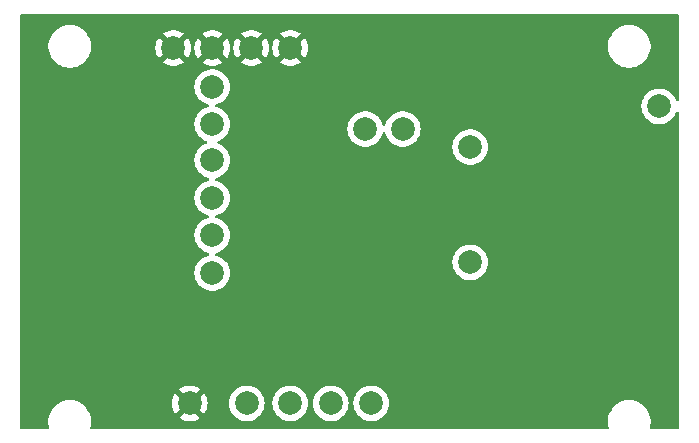
<source format=gbl>
%TF.GenerationSoftware,KiCad,Pcbnew,8.0.0*%
%TF.CreationDate,2024-03-04T00:58:34-06:00*%
%TF.ProjectId,MicrocontrollerUnitBoard,4d696372-6f63-46f6-9e74-726f6c6c6572,rev?*%
%TF.SameCoordinates,Original*%
%TF.FileFunction,Copper,L2,Bot*%
%TF.FilePolarity,Positive*%
%FSLAX46Y46*%
G04 Gerber Fmt 4.6, Leading zero omitted, Abs format (unit mm)*
G04 Created by KiCad (PCBNEW 8.0.0) date 2024-03-04 00:58:34*
%MOMM*%
%LPD*%
G01*
G04 APERTURE LIST*
%TA.AperFunction,ComponentPad*%
%ADD10C,2.000000*%
%TD*%
%TA.AperFunction,ViaPad*%
%ADD11C,0.610000*%
%TD*%
G04 APERTURE END LIST*
D10*
%TO.P,GND5,1,1*%
%TO.N,GND*%
X124460000Y-84963000D03*
%TD*%
%TO.P,RST_N1,1,1*%
%TO.N,/RST_N*%
X117856000Y-88265000D03*
%TD*%
%TO.P,INT_N1,1,1*%
%TO.N,/INT_N*%
X117856000Y-91440000D03*
%TD*%
%TO.P,GND1,1,1*%
%TO.N,GND*%
X115951000Y-115062000D03*
%TD*%
%TO.P,3.3V1,1,1*%
%TO.N,+3.3V*%
X120777000Y-115062000D03*
%TD*%
%TO.P,RESET1,1,1*%
%TO.N,Net-(C2-Pad2)*%
X139700000Y-103124000D03*
%TD*%
%TO.P,GND3,1,1*%
%TO.N,GND*%
X117856000Y-84991000D03*
%TD*%
%TO.P,D-1,1,1*%
%TO.N,Net-(J4-D-)*%
X133985000Y-91821000D03*
%TD*%
%TO.P,MOSI1,1,1*%
%TO.N,/MOSI*%
X117856000Y-104013000D03*
%TD*%
%TO.P,3.3V2,1,1*%
%TO.N,+3.3V*%
X124460000Y-115062000D03*
%TD*%
%TO.P,CS_N1,1,1*%
%TO.N,/CS_N*%
X117856000Y-94488000D03*
%TD*%
%TO.P,LEDTEST1,1,1*%
%TO.N,Net-(LEDTEST1-Pad1)*%
X155702000Y-89916000D03*
%TD*%
%TO.P,SCLK1,1,1*%
%TO.N,/SCLK*%
X117856000Y-97663000D03*
%TD*%
%TO.P,3.3V4,1,1*%
%TO.N,+3.3V*%
X131318000Y-115062000D03*
%TD*%
%TO.P,D+1,1,1*%
%TO.N,Net-(J4-D+)*%
X130810000Y-91821000D03*
%TD*%
%TO.P,GND2,1,1*%
%TO.N,GND*%
X114554000Y-84963000D03*
%TD*%
%TO.P,GND4,1,1*%
%TO.N,GND*%
X121158000Y-84963000D03*
%TD*%
%TO.P,BOOT1,1,1*%
%TO.N,Net-(BOOT1-Pad1)*%
X139700000Y-93345000D03*
%TD*%
%TO.P,MISO1,1,1*%
%TO.N,/MISO*%
X117856000Y-100838000D03*
%TD*%
%TO.P,3.3V3,1,1*%
%TO.N,+3.3V*%
X127889000Y-115062000D03*
%TD*%
D11*
%TO.N,GND*%
X142367000Y-110363000D03*
X110998000Y-89662000D03*
X127889000Y-90170000D03*
X146558000Y-86995000D03*
X140335000Y-98298000D03*
X121928592Y-107501549D03*
%TD*%
%TA.AperFunction,Conductor*%
%TO.N,GND*%
G36*
X157296039Y-82129685D02*
G01*
X157341794Y-82182489D01*
X157353000Y-82234000D01*
X157353000Y-89353099D01*
X157333315Y-89420138D01*
X157280511Y-89465893D01*
X157211353Y-89475837D01*
X157147797Y-89446812D01*
X157115444Y-89402909D01*
X157026173Y-89199393D01*
X156890166Y-88991217D01*
X156868557Y-88967744D01*
X156721744Y-88808262D01*
X156525509Y-88655526D01*
X156525507Y-88655525D01*
X156525506Y-88655524D01*
X156306811Y-88537172D01*
X156306802Y-88537169D01*
X156071616Y-88456429D01*
X155826335Y-88415500D01*
X155577665Y-88415500D01*
X155332383Y-88456429D01*
X155097197Y-88537169D01*
X155097188Y-88537172D01*
X154878493Y-88655524D01*
X154682257Y-88808261D01*
X154513833Y-88991217D01*
X154377826Y-89199393D01*
X154277936Y-89427118D01*
X154216892Y-89668175D01*
X154216890Y-89668187D01*
X154196357Y-89915994D01*
X154196357Y-89916005D01*
X154216890Y-90163812D01*
X154216892Y-90163824D01*
X154277936Y-90404881D01*
X154377826Y-90632606D01*
X154513833Y-90840782D01*
X154513836Y-90840785D01*
X154682256Y-91023738D01*
X154878491Y-91176474D01*
X155097190Y-91294828D01*
X155332386Y-91375571D01*
X155577665Y-91416500D01*
X155826335Y-91416500D01*
X156071614Y-91375571D01*
X156306810Y-91294828D01*
X156525509Y-91176474D01*
X156721744Y-91023738D01*
X156890164Y-90840785D01*
X157026173Y-90632607D01*
X157115444Y-90429090D01*
X157160400Y-90375604D01*
X157227136Y-90354914D01*
X157294464Y-90373589D01*
X157341007Y-90425699D01*
X157353000Y-90478900D01*
X157353000Y-117097000D01*
X157333315Y-117164039D01*
X157280511Y-117209794D01*
X157229000Y-117221000D01*
X155017467Y-117221000D01*
X154950428Y-117201315D01*
X154904673Y-117148511D01*
X154894729Y-117079353D01*
X154897692Y-117064907D01*
X154931693Y-116938014D01*
X154962500Y-116704011D01*
X154962500Y-116467989D01*
X154931693Y-116233986D01*
X154870606Y-116006007D01*
X154780284Y-115787951D01*
X154780282Y-115787948D01*
X154780280Y-115787943D01*
X154738118Y-115714918D01*
X154662273Y-115583550D01*
X154518592Y-115396301D01*
X154518587Y-115396295D01*
X154351704Y-115229412D01*
X154351697Y-115229406D01*
X154164454Y-115085730D01*
X154164453Y-115085729D01*
X154164450Y-115085727D01*
X154082957Y-115038677D01*
X153960056Y-114967719D01*
X153960045Y-114967714D01*
X153741993Y-114877394D01*
X153514010Y-114816306D01*
X153280020Y-114785501D01*
X153280017Y-114785500D01*
X153280011Y-114785500D01*
X153043989Y-114785500D01*
X153043983Y-114785500D01*
X153043979Y-114785501D01*
X152809989Y-114816306D01*
X152582006Y-114877394D01*
X152363954Y-114967714D01*
X152363943Y-114967719D01*
X152159545Y-115085730D01*
X151972302Y-115229406D01*
X151972295Y-115229412D01*
X151805412Y-115396295D01*
X151805406Y-115396302D01*
X151661730Y-115583545D01*
X151543719Y-115787943D01*
X151543714Y-115787954D01*
X151453394Y-116006006D01*
X151392306Y-116233989D01*
X151361501Y-116467979D01*
X151361500Y-116467995D01*
X151361500Y-116704004D01*
X151361501Y-116704020D01*
X151392306Y-116938012D01*
X151426308Y-117064907D01*
X151424645Y-117134757D01*
X151385482Y-117192619D01*
X151321254Y-117220123D01*
X151306533Y-117221000D01*
X107646467Y-117221000D01*
X107579428Y-117201315D01*
X107533673Y-117148511D01*
X107523729Y-117079353D01*
X107526692Y-117064907D01*
X107560693Y-116938014D01*
X107591500Y-116704011D01*
X107591500Y-116467989D01*
X107560693Y-116233986D01*
X107499606Y-116006007D01*
X107409284Y-115787951D01*
X107409282Y-115787948D01*
X107409280Y-115787943D01*
X107367118Y-115714918D01*
X107291273Y-115583550D01*
X107147592Y-115396301D01*
X107147587Y-115396295D01*
X106980704Y-115229412D01*
X106980697Y-115229406D01*
X106793454Y-115085730D01*
X106793453Y-115085729D01*
X106793450Y-115085727D01*
X106752362Y-115062005D01*
X114445859Y-115062005D01*
X114466385Y-115309729D01*
X114466387Y-115309738D01*
X114527412Y-115550717D01*
X114627266Y-115778364D01*
X114727564Y-115931882D01*
X115468037Y-115191409D01*
X115485075Y-115254993D01*
X115550901Y-115369007D01*
X115643993Y-115462099D01*
X115758007Y-115527925D01*
X115821590Y-115544962D01*
X115080942Y-116285609D01*
X115127768Y-116322055D01*
X115127770Y-116322056D01*
X115346385Y-116440364D01*
X115346396Y-116440369D01*
X115581506Y-116521083D01*
X115826707Y-116562000D01*
X116075293Y-116562000D01*
X116320493Y-116521083D01*
X116555603Y-116440369D01*
X116555614Y-116440364D01*
X116774228Y-116322057D01*
X116774231Y-116322055D01*
X116821056Y-116285609D01*
X116080409Y-115544962D01*
X116143993Y-115527925D01*
X116258007Y-115462099D01*
X116351099Y-115369007D01*
X116416925Y-115254993D01*
X116433962Y-115191410D01*
X117174434Y-115931882D01*
X117274731Y-115778369D01*
X117374587Y-115550717D01*
X117435612Y-115309738D01*
X117435614Y-115309729D01*
X117456141Y-115062005D01*
X119271357Y-115062005D01*
X119291890Y-115309812D01*
X119291892Y-115309824D01*
X119352936Y-115550881D01*
X119452826Y-115778606D01*
X119588833Y-115986782D01*
X119588836Y-115986785D01*
X119757256Y-116169738D01*
X119953491Y-116322474D01*
X119953493Y-116322475D01*
X120171332Y-116440364D01*
X120172190Y-116440828D01*
X120251325Y-116467995D01*
X120405964Y-116521083D01*
X120407386Y-116521571D01*
X120652665Y-116562500D01*
X120901335Y-116562500D01*
X121146614Y-116521571D01*
X121381810Y-116440828D01*
X121600509Y-116322474D01*
X121796744Y-116169738D01*
X121965164Y-115986785D01*
X122101173Y-115778607D01*
X122201063Y-115550881D01*
X122262108Y-115309821D01*
X122268771Y-115229412D01*
X122282643Y-115062005D01*
X122954357Y-115062005D01*
X122974890Y-115309812D01*
X122974892Y-115309824D01*
X123035936Y-115550881D01*
X123135826Y-115778606D01*
X123271833Y-115986782D01*
X123271836Y-115986785D01*
X123440256Y-116169738D01*
X123636491Y-116322474D01*
X123636493Y-116322475D01*
X123854332Y-116440364D01*
X123855190Y-116440828D01*
X123934325Y-116467995D01*
X124088964Y-116521083D01*
X124090386Y-116521571D01*
X124335665Y-116562500D01*
X124584335Y-116562500D01*
X124829614Y-116521571D01*
X125064810Y-116440828D01*
X125283509Y-116322474D01*
X125479744Y-116169738D01*
X125648164Y-115986785D01*
X125784173Y-115778607D01*
X125884063Y-115550881D01*
X125945108Y-115309821D01*
X125951771Y-115229412D01*
X125965643Y-115062005D01*
X126383357Y-115062005D01*
X126403890Y-115309812D01*
X126403892Y-115309824D01*
X126464936Y-115550881D01*
X126564826Y-115778606D01*
X126700833Y-115986782D01*
X126700836Y-115986785D01*
X126869256Y-116169738D01*
X127065491Y-116322474D01*
X127065493Y-116322475D01*
X127283332Y-116440364D01*
X127284190Y-116440828D01*
X127363325Y-116467995D01*
X127517964Y-116521083D01*
X127519386Y-116521571D01*
X127764665Y-116562500D01*
X128013335Y-116562500D01*
X128258614Y-116521571D01*
X128493810Y-116440828D01*
X128712509Y-116322474D01*
X128908744Y-116169738D01*
X129077164Y-115986785D01*
X129213173Y-115778607D01*
X129313063Y-115550881D01*
X129374108Y-115309821D01*
X129380771Y-115229412D01*
X129394643Y-115062005D01*
X129812357Y-115062005D01*
X129832890Y-115309812D01*
X129832892Y-115309824D01*
X129893936Y-115550881D01*
X129993826Y-115778606D01*
X130129833Y-115986782D01*
X130129836Y-115986785D01*
X130298256Y-116169738D01*
X130494491Y-116322474D01*
X130494493Y-116322475D01*
X130712332Y-116440364D01*
X130713190Y-116440828D01*
X130792325Y-116467995D01*
X130946964Y-116521083D01*
X130948386Y-116521571D01*
X131193665Y-116562500D01*
X131442335Y-116562500D01*
X131687614Y-116521571D01*
X131922810Y-116440828D01*
X132141509Y-116322474D01*
X132337744Y-116169738D01*
X132506164Y-115986785D01*
X132642173Y-115778607D01*
X132742063Y-115550881D01*
X132803108Y-115309821D01*
X132809771Y-115229412D01*
X132823643Y-115062005D01*
X132823643Y-115061994D01*
X132803109Y-114814187D01*
X132803107Y-114814175D01*
X132742063Y-114573118D01*
X132642173Y-114345393D01*
X132506166Y-114137217D01*
X132484557Y-114113744D01*
X132337744Y-113954262D01*
X132141509Y-113801526D01*
X132141507Y-113801525D01*
X132141506Y-113801524D01*
X131922811Y-113683172D01*
X131922802Y-113683169D01*
X131687616Y-113602429D01*
X131442335Y-113561500D01*
X131193665Y-113561500D01*
X130948383Y-113602429D01*
X130713197Y-113683169D01*
X130713188Y-113683172D01*
X130494493Y-113801524D01*
X130298257Y-113954261D01*
X130129833Y-114137217D01*
X129993826Y-114345393D01*
X129893936Y-114573118D01*
X129832892Y-114814175D01*
X129832890Y-114814187D01*
X129812357Y-115061994D01*
X129812357Y-115062005D01*
X129394643Y-115062005D01*
X129394643Y-115061994D01*
X129374109Y-114814187D01*
X129374107Y-114814175D01*
X129313063Y-114573118D01*
X129213173Y-114345393D01*
X129077166Y-114137217D01*
X129055557Y-114113744D01*
X128908744Y-113954262D01*
X128712509Y-113801526D01*
X128712507Y-113801525D01*
X128712506Y-113801524D01*
X128493811Y-113683172D01*
X128493802Y-113683169D01*
X128258616Y-113602429D01*
X128013335Y-113561500D01*
X127764665Y-113561500D01*
X127519383Y-113602429D01*
X127284197Y-113683169D01*
X127284188Y-113683172D01*
X127065493Y-113801524D01*
X126869257Y-113954261D01*
X126700833Y-114137217D01*
X126564826Y-114345393D01*
X126464936Y-114573118D01*
X126403892Y-114814175D01*
X126403890Y-114814187D01*
X126383357Y-115061994D01*
X126383357Y-115062005D01*
X125965643Y-115062005D01*
X125965643Y-115061994D01*
X125945109Y-114814187D01*
X125945107Y-114814175D01*
X125884063Y-114573118D01*
X125784173Y-114345393D01*
X125648166Y-114137217D01*
X125626557Y-114113744D01*
X125479744Y-113954262D01*
X125283509Y-113801526D01*
X125283507Y-113801525D01*
X125283506Y-113801524D01*
X125064811Y-113683172D01*
X125064802Y-113683169D01*
X124829616Y-113602429D01*
X124584335Y-113561500D01*
X124335665Y-113561500D01*
X124090383Y-113602429D01*
X123855197Y-113683169D01*
X123855188Y-113683172D01*
X123636493Y-113801524D01*
X123440257Y-113954261D01*
X123271833Y-114137217D01*
X123135826Y-114345393D01*
X123035936Y-114573118D01*
X122974892Y-114814175D01*
X122974890Y-114814187D01*
X122954357Y-115061994D01*
X122954357Y-115062005D01*
X122282643Y-115062005D01*
X122282643Y-115061994D01*
X122262109Y-114814187D01*
X122262107Y-114814175D01*
X122201063Y-114573118D01*
X122101173Y-114345393D01*
X121965166Y-114137217D01*
X121943557Y-114113744D01*
X121796744Y-113954262D01*
X121600509Y-113801526D01*
X121600507Y-113801525D01*
X121600506Y-113801524D01*
X121381811Y-113683172D01*
X121381802Y-113683169D01*
X121146616Y-113602429D01*
X120901335Y-113561500D01*
X120652665Y-113561500D01*
X120407383Y-113602429D01*
X120172197Y-113683169D01*
X120172188Y-113683172D01*
X119953493Y-113801524D01*
X119757257Y-113954261D01*
X119588833Y-114137217D01*
X119452826Y-114345393D01*
X119352936Y-114573118D01*
X119291892Y-114814175D01*
X119291890Y-114814187D01*
X119271357Y-115061994D01*
X119271357Y-115062005D01*
X117456141Y-115062005D01*
X117456141Y-115061994D01*
X117435614Y-114814270D01*
X117435612Y-114814261D01*
X117374587Y-114573282D01*
X117274731Y-114345630D01*
X117174434Y-114192116D01*
X116433962Y-114932589D01*
X116416925Y-114869007D01*
X116351099Y-114754993D01*
X116258007Y-114661901D01*
X116143993Y-114596075D01*
X116080410Y-114579037D01*
X116821057Y-113838390D01*
X116821056Y-113838389D01*
X116774229Y-113801943D01*
X116555614Y-113683635D01*
X116555603Y-113683630D01*
X116320493Y-113602916D01*
X116075293Y-113562000D01*
X115826707Y-113562000D01*
X115581506Y-113602916D01*
X115346396Y-113683630D01*
X115346390Y-113683632D01*
X115127761Y-113801949D01*
X115080942Y-113838388D01*
X115080942Y-113838390D01*
X115821590Y-114579037D01*
X115758007Y-114596075D01*
X115643993Y-114661901D01*
X115550901Y-114754993D01*
X115485075Y-114869007D01*
X115468037Y-114932589D01*
X114727564Y-114192116D01*
X114627267Y-114345632D01*
X114527412Y-114573282D01*
X114466387Y-114814261D01*
X114466385Y-114814270D01*
X114445859Y-115061994D01*
X114445859Y-115062005D01*
X106752362Y-115062005D01*
X106711957Y-115038677D01*
X106589056Y-114967719D01*
X106589045Y-114967714D01*
X106370993Y-114877394D01*
X106143010Y-114816306D01*
X105909020Y-114785501D01*
X105909017Y-114785500D01*
X105909011Y-114785500D01*
X105672989Y-114785500D01*
X105672983Y-114785500D01*
X105672979Y-114785501D01*
X105438989Y-114816306D01*
X105211006Y-114877394D01*
X104992954Y-114967714D01*
X104992943Y-114967719D01*
X104788545Y-115085730D01*
X104601302Y-115229406D01*
X104601295Y-115229412D01*
X104434412Y-115396295D01*
X104434406Y-115396302D01*
X104290730Y-115583545D01*
X104172719Y-115787943D01*
X104172714Y-115787954D01*
X104082394Y-116006006D01*
X104021306Y-116233989D01*
X103990501Y-116467979D01*
X103990500Y-116467995D01*
X103990500Y-116704004D01*
X103990501Y-116704020D01*
X104021306Y-116938012D01*
X104055308Y-117064907D01*
X104053645Y-117134757D01*
X104014482Y-117192619D01*
X103950254Y-117220123D01*
X103935533Y-117221000D01*
X101724000Y-117221000D01*
X101656961Y-117201315D01*
X101611206Y-117148511D01*
X101600000Y-117097000D01*
X101600000Y-104013005D01*
X116350357Y-104013005D01*
X116370890Y-104260812D01*
X116370892Y-104260824D01*
X116431936Y-104501881D01*
X116531826Y-104729606D01*
X116667833Y-104937782D01*
X116667836Y-104937785D01*
X116836256Y-105120738D01*
X117032491Y-105273474D01*
X117251190Y-105391828D01*
X117486386Y-105472571D01*
X117731665Y-105513500D01*
X117980335Y-105513500D01*
X118225614Y-105472571D01*
X118460810Y-105391828D01*
X118679509Y-105273474D01*
X118875744Y-105120738D01*
X119044164Y-104937785D01*
X119180173Y-104729607D01*
X119280063Y-104501881D01*
X119341108Y-104260821D01*
X119361643Y-104013000D01*
X119347358Y-103840607D01*
X119341109Y-103765187D01*
X119341107Y-103765175D01*
X119280063Y-103524118D01*
X119180173Y-103296393D01*
X119067547Y-103124005D01*
X138194357Y-103124005D01*
X138214890Y-103371812D01*
X138214892Y-103371824D01*
X138275936Y-103612881D01*
X138375826Y-103840606D01*
X138511833Y-104048782D01*
X138511836Y-104048785D01*
X138680256Y-104231738D01*
X138876491Y-104384474D01*
X139095190Y-104502828D01*
X139330386Y-104583571D01*
X139575665Y-104624500D01*
X139824335Y-104624500D01*
X140069614Y-104583571D01*
X140304810Y-104502828D01*
X140523509Y-104384474D01*
X140719744Y-104231738D01*
X140888164Y-104048785D01*
X141024173Y-103840607D01*
X141124063Y-103612881D01*
X141185108Y-103371821D01*
X141205643Y-103124000D01*
X141185108Y-102876179D01*
X141124063Y-102635119D01*
X141123646Y-102634169D01*
X141024173Y-102407393D01*
X140888166Y-102199217D01*
X140795425Y-102098474D01*
X140719744Y-102016262D01*
X140523509Y-101863526D01*
X140523507Y-101863525D01*
X140523506Y-101863524D01*
X140304811Y-101745172D01*
X140304802Y-101745169D01*
X140069616Y-101664429D01*
X139824335Y-101623500D01*
X139575665Y-101623500D01*
X139330383Y-101664429D01*
X139095197Y-101745169D01*
X139095188Y-101745172D01*
X138876493Y-101863524D01*
X138680257Y-102016261D01*
X138511833Y-102199217D01*
X138375826Y-102407393D01*
X138275936Y-102635118D01*
X138214892Y-102876175D01*
X138214890Y-102876187D01*
X138194357Y-103123994D01*
X138194357Y-103124005D01*
X119067547Y-103124005D01*
X119044166Y-103088217D01*
X119022557Y-103064744D01*
X118875744Y-102905262D01*
X118679509Y-102752526D01*
X118679507Y-102752525D01*
X118679506Y-102752524D01*
X118460811Y-102634172D01*
X118460802Y-102634169D01*
X118225616Y-102553429D01*
X118191935Y-102547809D01*
X118129050Y-102517359D01*
X118092610Y-102457744D01*
X118094185Y-102387892D01*
X118133274Y-102329981D01*
X118191935Y-102303191D01*
X118195638Y-102302572D01*
X118225614Y-102297571D01*
X118460810Y-102216828D01*
X118679509Y-102098474D01*
X118875744Y-101945738D01*
X119044164Y-101762785D01*
X119180173Y-101554607D01*
X119280063Y-101326881D01*
X119341108Y-101085821D01*
X119361643Y-100838000D01*
X119341108Y-100590179D01*
X119280063Y-100349119D01*
X119180173Y-100121393D01*
X119044166Y-99913217D01*
X119022557Y-99889744D01*
X118875744Y-99730262D01*
X118679509Y-99577526D01*
X118679507Y-99577525D01*
X118679506Y-99577524D01*
X118460811Y-99459172D01*
X118460802Y-99459169D01*
X118225616Y-99378429D01*
X118191935Y-99372809D01*
X118129050Y-99342359D01*
X118092610Y-99282744D01*
X118094185Y-99212892D01*
X118133274Y-99154981D01*
X118191935Y-99128191D01*
X118195638Y-99127572D01*
X118225614Y-99122571D01*
X118460810Y-99041828D01*
X118679509Y-98923474D01*
X118875744Y-98770738D01*
X119044164Y-98587785D01*
X119180173Y-98379607D01*
X119280063Y-98151881D01*
X119341108Y-97910821D01*
X119361643Y-97663000D01*
X119341108Y-97415179D01*
X119280063Y-97174119D01*
X119180173Y-96946393D01*
X119044166Y-96738217D01*
X119022557Y-96714744D01*
X118875744Y-96555262D01*
X118679509Y-96402526D01*
X118679507Y-96402525D01*
X118679506Y-96402524D01*
X118460811Y-96284172D01*
X118460802Y-96284169D01*
X118225616Y-96203429D01*
X118191935Y-96197809D01*
X118129050Y-96167359D01*
X118092610Y-96107744D01*
X118094185Y-96037892D01*
X118133274Y-95979981D01*
X118191935Y-95953191D01*
X118195638Y-95952572D01*
X118225614Y-95947571D01*
X118460810Y-95866828D01*
X118679509Y-95748474D01*
X118875744Y-95595738D01*
X119044164Y-95412785D01*
X119180173Y-95204607D01*
X119280063Y-94976881D01*
X119341108Y-94735821D01*
X119361643Y-94488000D01*
X119358721Y-94452738D01*
X119341109Y-94240187D01*
X119341107Y-94240175D01*
X119280063Y-93999118D01*
X119180173Y-93771393D01*
X119044166Y-93563217D01*
X119022557Y-93539744D01*
X118875744Y-93380262D01*
X118830446Y-93345005D01*
X138194357Y-93345005D01*
X138214890Y-93592812D01*
X138214892Y-93592824D01*
X138275936Y-93833881D01*
X138375826Y-94061606D01*
X138511833Y-94269782D01*
X138511836Y-94269785D01*
X138680256Y-94452738D01*
X138876491Y-94605474D01*
X139095190Y-94723828D01*
X139330386Y-94804571D01*
X139575665Y-94845500D01*
X139824335Y-94845500D01*
X140069614Y-94804571D01*
X140304810Y-94723828D01*
X140523509Y-94605474D01*
X140719744Y-94452738D01*
X140888164Y-94269785D01*
X141024173Y-94061607D01*
X141124063Y-93833881D01*
X141185108Y-93592821D01*
X141187561Y-93563215D01*
X141205643Y-93345005D01*
X141205643Y-93344994D01*
X141185109Y-93097187D01*
X141185107Y-93097175D01*
X141124063Y-92856118D01*
X141024173Y-92628393D01*
X140888166Y-92420217D01*
X140786594Y-92309881D01*
X140719744Y-92237262D01*
X140523509Y-92084526D01*
X140523507Y-92084525D01*
X140523506Y-92084524D01*
X140304811Y-91966172D01*
X140304802Y-91966169D01*
X140069616Y-91885429D01*
X139824335Y-91844500D01*
X139575665Y-91844500D01*
X139330383Y-91885429D01*
X139095197Y-91966169D01*
X139095188Y-91966172D01*
X138876493Y-92084524D01*
X138680257Y-92237261D01*
X138511833Y-92420217D01*
X138375826Y-92628393D01*
X138275936Y-92856118D01*
X138214892Y-93097175D01*
X138214890Y-93097187D01*
X138194357Y-93344994D01*
X138194357Y-93345005D01*
X118830446Y-93345005D01*
X118679509Y-93227526D01*
X118679507Y-93227525D01*
X118679506Y-93227524D01*
X118460811Y-93109172D01*
X118460802Y-93109169D01*
X118379567Y-93081281D01*
X118322552Y-93040896D01*
X118296421Y-92976096D01*
X118309472Y-92907456D01*
X118357561Y-92856769D01*
X118379567Y-92846719D01*
X118397034Y-92840722D01*
X118460810Y-92818828D01*
X118679509Y-92700474D01*
X118875744Y-92547738D01*
X119044164Y-92364785D01*
X119180173Y-92156607D01*
X119280063Y-91928881D01*
X119307381Y-91821005D01*
X129304357Y-91821005D01*
X129324890Y-92068812D01*
X129324892Y-92068824D01*
X129385936Y-92309881D01*
X129485826Y-92537606D01*
X129621833Y-92745782D01*
X129621836Y-92745785D01*
X129790256Y-92928738D01*
X129986491Y-93081474D01*
X130205190Y-93199828D01*
X130440386Y-93280571D01*
X130685665Y-93321500D01*
X130934335Y-93321500D01*
X131179614Y-93280571D01*
X131414810Y-93199828D01*
X131633509Y-93081474D01*
X131829744Y-92928738D01*
X131998164Y-92745785D01*
X132134173Y-92537607D01*
X132234063Y-92309881D01*
X132252453Y-92237261D01*
X132277294Y-92139167D01*
X132312834Y-92079011D01*
X132375254Y-92047619D01*
X132444738Y-92054957D01*
X132499223Y-92098696D01*
X132517706Y-92139167D01*
X132560936Y-92309881D01*
X132660826Y-92537606D01*
X132796833Y-92745782D01*
X132796836Y-92745785D01*
X132965256Y-92928738D01*
X133161491Y-93081474D01*
X133380190Y-93199828D01*
X133615386Y-93280571D01*
X133860665Y-93321500D01*
X134109335Y-93321500D01*
X134354614Y-93280571D01*
X134589810Y-93199828D01*
X134808509Y-93081474D01*
X135004744Y-92928738D01*
X135173164Y-92745785D01*
X135309173Y-92537607D01*
X135409063Y-92309881D01*
X135470108Y-92068821D01*
X135481704Y-91928881D01*
X135490643Y-91821005D01*
X135490643Y-91820994D01*
X135470109Y-91573187D01*
X135470107Y-91573175D01*
X135409063Y-91332118D01*
X135309173Y-91104393D01*
X135173166Y-90896217D01*
X135122134Y-90840782D01*
X135004744Y-90713262D01*
X134808509Y-90560526D01*
X134808507Y-90560525D01*
X134808506Y-90560524D01*
X134589811Y-90442172D01*
X134589802Y-90442169D01*
X134354616Y-90361429D01*
X134109335Y-90320500D01*
X133860665Y-90320500D01*
X133615383Y-90361429D01*
X133380197Y-90442169D01*
X133380188Y-90442172D01*
X133161493Y-90560524D01*
X132965257Y-90713261D01*
X132796833Y-90896217D01*
X132660826Y-91104393D01*
X132560937Y-91332117D01*
X132517706Y-91502833D01*
X132482166Y-91562988D01*
X132419746Y-91594380D01*
X132350262Y-91587042D01*
X132295777Y-91543303D01*
X132277294Y-91502833D01*
X132268884Y-91469626D01*
X132234063Y-91332119D01*
X132134173Y-91104393D01*
X132081479Y-91023738D01*
X131998166Y-90896217D01*
X131947134Y-90840782D01*
X131829744Y-90713262D01*
X131633509Y-90560526D01*
X131633507Y-90560525D01*
X131633506Y-90560524D01*
X131414811Y-90442172D01*
X131414802Y-90442169D01*
X131179616Y-90361429D01*
X130934335Y-90320500D01*
X130685665Y-90320500D01*
X130440383Y-90361429D01*
X130205197Y-90442169D01*
X130205188Y-90442172D01*
X129986493Y-90560524D01*
X129790257Y-90713261D01*
X129621833Y-90896217D01*
X129485826Y-91104393D01*
X129385936Y-91332118D01*
X129324892Y-91573175D01*
X129324890Y-91573187D01*
X129304357Y-91820994D01*
X129304357Y-91821005D01*
X119307381Y-91821005D01*
X119341108Y-91687821D01*
X119350607Y-91573187D01*
X119361643Y-91440005D01*
X119361643Y-91439994D01*
X119341109Y-91192187D01*
X119341107Y-91192175D01*
X119280063Y-90951118D01*
X119180173Y-90723393D01*
X119044166Y-90515217D01*
X118964880Y-90429090D01*
X118875744Y-90332262D01*
X118679509Y-90179526D01*
X118679507Y-90179525D01*
X118679506Y-90179524D01*
X118460811Y-90061172D01*
X118460802Y-90061169D01*
X118225616Y-89980429D01*
X118191935Y-89974809D01*
X118129050Y-89944359D01*
X118092610Y-89884744D01*
X118094185Y-89814892D01*
X118133274Y-89756981D01*
X118191935Y-89730191D01*
X118195638Y-89729572D01*
X118225614Y-89724571D01*
X118460810Y-89643828D01*
X118679509Y-89525474D01*
X118875744Y-89372738D01*
X119044164Y-89189785D01*
X119180173Y-88981607D01*
X119280063Y-88753881D01*
X119341108Y-88512821D01*
X119345781Y-88456429D01*
X119361643Y-88265005D01*
X119361643Y-88264994D01*
X119341109Y-88017187D01*
X119341107Y-88017175D01*
X119280063Y-87776118D01*
X119180173Y-87548393D01*
X119044166Y-87340217D01*
X119022557Y-87316744D01*
X118875744Y-87157262D01*
X118679509Y-87004526D01*
X118679507Y-87004525D01*
X118679506Y-87004524D01*
X118460811Y-86886172D01*
X118460802Y-86886169D01*
X118225616Y-86805429D01*
X117980335Y-86764500D01*
X117731665Y-86764500D01*
X117486383Y-86805429D01*
X117251197Y-86886169D01*
X117251188Y-86886172D01*
X117032493Y-87004524D01*
X116836257Y-87157261D01*
X116667833Y-87340217D01*
X116531826Y-87548393D01*
X116431936Y-87776118D01*
X116370892Y-88017175D01*
X116370890Y-88017187D01*
X116350357Y-88264994D01*
X116350357Y-88265005D01*
X116370890Y-88512812D01*
X116370892Y-88512824D01*
X116431936Y-88753881D01*
X116531826Y-88981606D01*
X116667833Y-89189782D01*
X116667836Y-89189785D01*
X116836256Y-89372738D01*
X117032491Y-89525474D01*
X117251190Y-89643828D01*
X117373319Y-89685755D01*
X117486382Y-89724570D01*
X117486384Y-89724570D01*
X117486386Y-89724571D01*
X117513381Y-89729075D01*
X117520065Y-89730191D01*
X117582950Y-89760641D01*
X117619389Y-89820256D01*
X117617814Y-89890108D01*
X117578724Y-89948020D01*
X117520065Y-89974809D01*
X117486382Y-89980429D01*
X117251197Y-90061169D01*
X117251188Y-90061172D01*
X117032493Y-90179524D01*
X116836257Y-90332261D01*
X116667833Y-90515217D01*
X116531826Y-90723393D01*
X116431936Y-90951118D01*
X116370892Y-91192175D01*
X116370890Y-91192187D01*
X116350357Y-91439994D01*
X116350357Y-91440005D01*
X116370890Y-91687812D01*
X116370892Y-91687824D01*
X116431936Y-91928881D01*
X116531826Y-92156606D01*
X116667833Y-92364782D01*
X116667836Y-92364785D01*
X116836256Y-92547738D01*
X117032491Y-92700474D01*
X117251190Y-92818828D01*
X117285635Y-92830653D01*
X117332432Y-92846719D01*
X117389447Y-92887105D01*
X117415578Y-92951904D01*
X117402526Y-93020544D01*
X117354438Y-93071232D01*
X117332432Y-93081281D01*
X117251197Y-93109169D01*
X117251188Y-93109172D01*
X117032493Y-93227524D01*
X116836257Y-93380261D01*
X116667833Y-93563217D01*
X116531826Y-93771393D01*
X116431936Y-93999118D01*
X116370892Y-94240175D01*
X116370890Y-94240187D01*
X116350357Y-94487994D01*
X116350357Y-94488005D01*
X116370890Y-94735812D01*
X116370892Y-94735824D01*
X116431936Y-94976881D01*
X116531826Y-95204606D01*
X116667833Y-95412782D01*
X116667836Y-95412785D01*
X116836256Y-95595738D01*
X117032491Y-95748474D01*
X117251190Y-95866828D01*
X117373319Y-95908755D01*
X117486382Y-95947570D01*
X117486384Y-95947570D01*
X117486386Y-95947571D01*
X117513381Y-95952075D01*
X117520065Y-95953191D01*
X117582950Y-95983641D01*
X117619389Y-96043256D01*
X117617814Y-96113108D01*
X117578724Y-96171020D01*
X117520065Y-96197809D01*
X117486382Y-96203429D01*
X117251197Y-96284169D01*
X117251188Y-96284172D01*
X117032493Y-96402524D01*
X116836257Y-96555261D01*
X116667833Y-96738217D01*
X116531826Y-96946393D01*
X116431936Y-97174118D01*
X116370892Y-97415175D01*
X116370890Y-97415187D01*
X116350357Y-97662994D01*
X116350357Y-97663005D01*
X116370890Y-97910812D01*
X116370892Y-97910824D01*
X116431936Y-98151881D01*
X116531826Y-98379606D01*
X116667833Y-98587782D01*
X116667836Y-98587785D01*
X116836256Y-98770738D01*
X117032491Y-98923474D01*
X117251190Y-99041828D01*
X117373319Y-99083755D01*
X117486382Y-99122570D01*
X117486384Y-99122570D01*
X117486386Y-99122571D01*
X117513381Y-99127075D01*
X117520065Y-99128191D01*
X117582950Y-99158641D01*
X117619389Y-99218256D01*
X117617814Y-99288108D01*
X117578724Y-99346020D01*
X117520065Y-99372809D01*
X117486382Y-99378429D01*
X117251197Y-99459169D01*
X117251188Y-99459172D01*
X117032493Y-99577524D01*
X116836257Y-99730261D01*
X116667833Y-99913217D01*
X116531826Y-100121393D01*
X116431936Y-100349118D01*
X116370892Y-100590175D01*
X116370890Y-100590187D01*
X116350357Y-100837994D01*
X116350357Y-100838005D01*
X116370890Y-101085812D01*
X116370892Y-101085824D01*
X116431936Y-101326881D01*
X116531826Y-101554606D01*
X116667833Y-101762782D01*
X116667836Y-101762785D01*
X116836256Y-101945738D01*
X117032491Y-102098474D01*
X117251190Y-102216828D01*
X117373319Y-102258755D01*
X117486382Y-102297570D01*
X117486384Y-102297570D01*
X117486386Y-102297571D01*
X117513381Y-102302075D01*
X117520065Y-102303191D01*
X117582950Y-102333641D01*
X117619389Y-102393256D01*
X117617814Y-102463108D01*
X117578724Y-102521020D01*
X117520065Y-102547809D01*
X117486382Y-102553429D01*
X117251197Y-102634169D01*
X117251188Y-102634172D01*
X117032493Y-102752524D01*
X116836257Y-102905261D01*
X116667833Y-103088217D01*
X116531826Y-103296393D01*
X116431936Y-103524118D01*
X116370892Y-103765175D01*
X116370890Y-103765187D01*
X116350357Y-104012994D01*
X116350357Y-104013005D01*
X101600000Y-104013005D01*
X101600000Y-84954004D01*
X103990500Y-84954004D01*
X103990501Y-84954020D01*
X104020777Y-85183993D01*
X104021307Y-85188014D01*
X104027396Y-85210738D01*
X104082394Y-85415993D01*
X104172714Y-85634045D01*
X104172719Y-85634056D01*
X104215044Y-85707364D01*
X104290727Y-85838450D01*
X104290729Y-85838453D01*
X104290730Y-85838454D01*
X104434406Y-86025697D01*
X104434412Y-86025704D01*
X104601295Y-86192587D01*
X104601302Y-86192593D01*
X104677493Y-86251056D01*
X104788550Y-86336273D01*
X104919918Y-86412118D01*
X104992943Y-86454280D01*
X104992948Y-86454282D01*
X104992951Y-86454284D01*
X105211007Y-86544606D01*
X105438986Y-86605693D01*
X105672989Y-86636500D01*
X105672996Y-86636500D01*
X105909004Y-86636500D01*
X105909011Y-86636500D01*
X106143014Y-86605693D01*
X106370993Y-86544606D01*
X106589049Y-86454284D01*
X106793450Y-86336273D01*
X106980699Y-86192592D01*
X107147592Y-86025699D01*
X107291273Y-85838450D01*
X107409284Y-85634049D01*
X107499606Y-85415993D01*
X107560693Y-85188014D01*
X107590316Y-84963005D01*
X113048859Y-84963005D01*
X113069385Y-85210729D01*
X113069387Y-85210738D01*
X113130412Y-85451717D01*
X113230266Y-85679364D01*
X113330564Y-85832882D01*
X114071037Y-85092409D01*
X114088075Y-85155993D01*
X114153901Y-85270007D01*
X114246993Y-85363099D01*
X114361007Y-85428925D01*
X114424590Y-85445962D01*
X113683942Y-86186609D01*
X113730768Y-86223055D01*
X113730770Y-86223056D01*
X113949385Y-86341364D01*
X113949396Y-86341369D01*
X114184506Y-86422083D01*
X114429707Y-86463000D01*
X114678293Y-86463000D01*
X114923493Y-86422083D01*
X115158603Y-86341369D01*
X115158614Y-86341364D01*
X115377228Y-86223057D01*
X115377231Y-86223055D01*
X115424056Y-86186609D01*
X114683409Y-85445962D01*
X114746993Y-85428925D01*
X114861007Y-85363099D01*
X114954099Y-85270007D01*
X115019925Y-85155993D01*
X115036962Y-85092410D01*
X115777434Y-85832882D01*
X115877731Y-85679369D01*
X115977587Y-85451717D01*
X116038612Y-85210738D01*
X116038614Y-85210729D01*
X116056821Y-84991005D01*
X116350859Y-84991005D01*
X116371385Y-85238729D01*
X116371387Y-85238738D01*
X116432412Y-85479717D01*
X116532266Y-85707364D01*
X116632564Y-85860882D01*
X117373037Y-85120409D01*
X117390075Y-85183993D01*
X117455901Y-85298007D01*
X117548993Y-85391099D01*
X117663007Y-85456925D01*
X117726590Y-85473962D01*
X116985942Y-86214609D01*
X117032768Y-86251055D01*
X117032770Y-86251056D01*
X117251385Y-86369364D01*
X117251396Y-86369369D01*
X117486506Y-86450083D01*
X117731707Y-86491000D01*
X117980293Y-86491000D01*
X118225493Y-86450083D01*
X118460603Y-86369369D01*
X118460614Y-86369364D01*
X118679228Y-86251057D01*
X118679231Y-86251055D01*
X118726056Y-86214609D01*
X117985409Y-85473962D01*
X118048993Y-85456925D01*
X118163007Y-85391099D01*
X118256099Y-85298007D01*
X118321925Y-85183993D01*
X118338962Y-85120410D01*
X119079434Y-85860882D01*
X119179731Y-85707369D01*
X119279587Y-85479717D01*
X119340612Y-85238738D01*
X119340614Y-85238729D01*
X119361141Y-84991005D01*
X119361141Y-84990994D01*
X119358822Y-84963005D01*
X119652859Y-84963005D01*
X119673385Y-85210729D01*
X119673387Y-85210738D01*
X119734412Y-85451717D01*
X119834266Y-85679364D01*
X119934564Y-85832882D01*
X120675037Y-85092409D01*
X120692075Y-85155993D01*
X120757901Y-85270007D01*
X120850993Y-85363099D01*
X120965007Y-85428925D01*
X121028590Y-85445962D01*
X120287942Y-86186609D01*
X120334768Y-86223055D01*
X120334770Y-86223056D01*
X120553385Y-86341364D01*
X120553396Y-86341369D01*
X120788506Y-86422083D01*
X121033707Y-86463000D01*
X121282293Y-86463000D01*
X121527493Y-86422083D01*
X121762603Y-86341369D01*
X121762614Y-86341364D01*
X121981228Y-86223057D01*
X121981231Y-86223055D01*
X122028056Y-86186609D01*
X121287409Y-85445962D01*
X121350993Y-85428925D01*
X121465007Y-85363099D01*
X121558099Y-85270007D01*
X121623925Y-85155993D01*
X121640962Y-85092410D01*
X122381434Y-85832882D01*
X122481731Y-85679369D01*
X122581587Y-85451717D01*
X122642612Y-85210738D01*
X122642614Y-85210729D01*
X122663141Y-84963005D01*
X122954859Y-84963005D01*
X122975385Y-85210729D01*
X122975387Y-85210738D01*
X123036412Y-85451717D01*
X123136266Y-85679364D01*
X123236564Y-85832882D01*
X123977037Y-85092409D01*
X123994075Y-85155993D01*
X124059901Y-85270007D01*
X124152993Y-85363099D01*
X124267007Y-85428925D01*
X124330590Y-85445962D01*
X123589942Y-86186609D01*
X123636768Y-86223055D01*
X123636770Y-86223056D01*
X123855385Y-86341364D01*
X123855396Y-86341369D01*
X124090506Y-86422083D01*
X124335707Y-86463000D01*
X124584293Y-86463000D01*
X124829493Y-86422083D01*
X125064603Y-86341369D01*
X125064614Y-86341364D01*
X125283228Y-86223057D01*
X125283231Y-86223055D01*
X125330056Y-86186609D01*
X124589409Y-85445962D01*
X124652993Y-85428925D01*
X124767007Y-85363099D01*
X124860099Y-85270007D01*
X124925925Y-85155993D01*
X124942962Y-85092410D01*
X125683434Y-85832882D01*
X125783731Y-85679369D01*
X125883587Y-85451717D01*
X125944612Y-85210738D01*
X125944614Y-85210729D01*
X125965141Y-84963005D01*
X125965141Y-84962994D01*
X125964396Y-84954004D01*
X151361500Y-84954004D01*
X151361501Y-84954020D01*
X151391777Y-85183993D01*
X151392307Y-85188014D01*
X151398396Y-85210738D01*
X151453394Y-85415993D01*
X151543714Y-85634045D01*
X151543719Y-85634056D01*
X151586044Y-85707364D01*
X151661727Y-85838450D01*
X151661729Y-85838453D01*
X151661730Y-85838454D01*
X151805406Y-86025697D01*
X151805412Y-86025704D01*
X151972295Y-86192587D01*
X151972302Y-86192593D01*
X152048493Y-86251056D01*
X152159550Y-86336273D01*
X152290918Y-86412118D01*
X152363943Y-86454280D01*
X152363948Y-86454282D01*
X152363951Y-86454284D01*
X152582007Y-86544606D01*
X152809986Y-86605693D01*
X153043989Y-86636500D01*
X153043996Y-86636500D01*
X153280004Y-86636500D01*
X153280011Y-86636500D01*
X153514014Y-86605693D01*
X153741993Y-86544606D01*
X153960049Y-86454284D01*
X154164450Y-86336273D01*
X154351699Y-86192592D01*
X154518592Y-86025699D01*
X154662273Y-85838450D01*
X154780284Y-85634049D01*
X154870606Y-85415993D01*
X154931693Y-85188014D01*
X154962500Y-84954011D01*
X154962500Y-84717989D01*
X154931693Y-84483986D01*
X154870606Y-84256007D01*
X154780284Y-84037951D01*
X154780282Y-84037948D01*
X154780280Y-84037943D01*
X154738118Y-83964918D01*
X154662273Y-83833550D01*
X154583540Y-83730943D01*
X154518593Y-83646302D01*
X154518587Y-83646295D01*
X154351704Y-83479412D01*
X154351697Y-83479406D01*
X154164454Y-83335730D01*
X154164453Y-83335729D01*
X154164450Y-83335727D01*
X154082957Y-83288677D01*
X153960056Y-83217719D01*
X153960045Y-83217714D01*
X153741993Y-83127394D01*
X153514010Y-83066306D01*
X153280020Y-83035501D01*
X153280017Y-83035500D01*
X153280011Y-83035500D01*
X153043989Y-83035500D01*
X153043983Y-83035500D01*
X153043979Y-83035501D01*
X152809989Y-83066306D01*
X152582006Y-83127394D01*
X152363954Y-83217714D01*
X152363943Y-83217719D01*
X152159545Y-83335730D01*
X151972302Y-83479406D01*
X151972295Y-83479412D01*
X151805412Y-83646295D01*
X151805406Y-83646302D01*
X151661730Y-83833545D01*
X151543719Y-84037943D01*
X151543714Y-84037954D01*
X151453394Y-84256006D01*
X151392306Y-84483989D01*
X151361501Y-84717979D01*
X151361500Y-84717995D01*
X151361500Y-84954004D01*
X125964396Y-84954004D01*
X125944614Y-84715270D01*
X125944612Y-84715261D01*
X125883587Y-84474282D01*
X125783731Y-84246630D01*
X125683434Y-84093116D01*
X124942962Y-84833589D01*
X124925925Y-84770007D01*
X124860099Y-84655993D01*
X124767007Y-84562901D01*
X124652993Y-84497075D01*
X124589410Y-84480037D01*
X125330057Y-83739390D01*
X125330056Y-83739389D01*
X125283229Y-83702943D01*
X125064614Y-83584635D01*
X125064603Y-83584630D01*
X124829493Y-83503916D01*
X124584293Y-83463000D01*
X124335707Y-83463000D01*
X124090506Y-83503916D01*
X123855396Y-83584630D01*
X123855390Y-83584632D01*
X123636761Y-83702949D01*
X123589942Y-83739388D01*
X123589942Y-83739390D01*
X124330590Y-84480037D01*
X124267007Y-84497075D01*
X124152993Y-84562901D01*
X124059901Y-84655993D01*
X123994075Y-84770007D01*
X123977037Y-84833589D01*
X123236564Y-84093116D01*
X123136267Y-84246632D01*
X123036412Y-84474282D01*
X122975387Y-84715261D01*
X122975385Y-84715270D01*
X122954859Y-84962994D01*
X122954859Y-84963005D01*
X122663141Y-84963005D01*
X122663141Y-84962994D01*
X122642614Y-84715270D01*
X122642612Y-84715261D01*
X122581587Y-84474282D01*
X122481731Y-84246630D01*
X122381434Y-84093116D01*
X121640962Y-84833589D01*
X121623925Y-84770007D01*
X121558099Y-84655993D01*
X121465007Y-84562901D01*
X121350993Y-84497075D01*
X121287410Y-84480037D01*
X122028057Y-83739390D01*
X122028056Y-83739389D01*
X121981229Y-83702943D01*
X121762614Y-83584635D01*
X121762603Y-83584630D01*
X121527493Y-83503916D01*
X121282293Y-83463000D01*
X121033707Y-83463000D01*
X120788506Y-83503916D01*
X120553396Y-83584630D01*
X120553390Y-83584632D01*
X120334761Y-83702949D01*
X120287942Y-83739388D01*
X120287942Y-83739390D01*
X121028590Y-84480037D01*
X120965007Y-84497075D01*
X120850993Y-84562901D01*
X120757901Y-84655993D01*
X120692075Y-84770007D01*
X120675037Y-84833589D01*
X119934564Y-84093116D01*
X119834267Y-84246632D01*
X119734412Y-84474282D01*
X119673387Y-84715261D01*
X119673385Y-84715270D01*
X119652859Y-84962994D01*
X119652859Y-84963005D01*
X119358822Y-84963005D01*
X119340614Y-84743270D01*
X119340612Y-84743261D01*
X119279587Y-84502282D01*
X119179731Y-84274630D01*
X119079434Y-84121116D01*
X118338962Y-84861589D01*
X118321925Y-84798007D01*
X118256099Y-84683993D01*
X118163007Y-84590901D01*
X118048993Y-84525075D01*
X117985410Y-84508037D01*
X118726057Y-83767390D01*
X118726056Y-83767389D01*
X118679229Y-83730943D01*
X118460614Y-83612635D01*
X118460603Y-83612630D01*
X118225493Y-83531916D01*
X117980293Y-83491000D01*
X117731707Y-83491000D01*
X117486506Y-83531916D01*
X117251396Y-83612630D01*
X117251390Y-83612632D01*
X117032761Y-83730949D01*
X116985942Y-83767388D01*
X116985942Y-83767390D01*
X117726590Y-84508037D01*
X117663007Y-84525075D01*
X117548993Y-84590901D01*
X117455901Y-84683993D01*
X117390075Y-84798007D01*
X117373037Y-84861589D01*
X116632564Y-84121116D01*
X116532267Y-84274632D01*
X116432412Y-84502282D01*
X116371387Y-84743261D01*
X116371385Y-84743270D01*
X116350859Y-84990994D01*
X116350859Y-84991005D01*
X116056821Y-84991005D01*
X116059141Y-84963005D01*
X116059141Y-84962994D01*
X116038614Y-84715270D01*
X116038612Y-84715261D01*
X115977587Y-84474282D01*
X115877731Y-84246630D01*
X115777434Y-84093116D01*
X115036962Y-84833589D01*
X115019925Y-84770007D01*
X114954099Y-84655993D01*
X114861007Y-84562901D01*
X114746993Y-84497075D01*
X114683410Y-84480037D01*
X115424057Y-83739390D01*
X115424056Y-83739389D01*
X115377229Y-83702943D01*
X115158614Y-83584635D01*
X115158603Y-83584630D01*
X114923493Y-83503916D01*
X114678293Y-83463000D01*
X114429707Y-83463000D01*
X114184506Y-83503916D01*
X113949396Y-83584630D01*
X113949390Y-83584632D01*
X113730761Y-83702949D01*
X113683942Y-83739388D01*
X113683942Y-83739390D01*
X114424590Y-84480037D01*
X114361007Y-84497075D01*
X114246993Y-84562901D01*
X114153901Y-84655993D01*
X114088075Y-84770007D01*
X114071037Y-84833589D01*
X113330564Y-84093116D01*
X113230267Y-84246632D01*
X113130412Y-84474282D01*
X113069387Y-84715261D01*
X113069385Y-84715270D01*
X113048859Y-84962994D01*
X113048859Y-84963005D01*
X107590316Y-84963005D01*
X107591500Y-84954011D01*
X107591500Y-84717989D01*
X107560693Y-84483986D01*
X107499606Y-84256007D01*
X107409284Y-84037951D01*
X107409282Y-84037948D01*
X107409280Y-84037943D01*
X107367118Y-83964918D01*
X107291273Y-83833550D01*
X107212540Y-83730943D01*
X107147593Y-83646302D01*
X107147587Y-83646295D01*
X106980704Y-83479412D01*
X106980697Y-83479406D01*
X106793454Y-83335730D01*
X106793453Y-83335729D01*
X106793450Y-83335727D01*
X106711957Y-83288677D01*
X106589056Y-83217719D01*
X106589045Y-83217714D01*
X106370993Y-83127394D01*
X106143010Y-83066306D01*
X105909020Y-83035501D01*
X105909017Y-83035500D01*
X105909011Y-83035500D01*
X105672989Y-83035500D01*
X105672983Y-83035500D01*
X105672979Y-83035501D01*
X105438989Y-83066306D01*
X105211006Y-83127394D01*
X104992954Y-83217714D01*
X104992943Y-83217719D01*
X104788545Y-83335730D01*
X104601302Y-83479406D01*
X104601295Y-83479412D01*
X104434412Y-83646295D01*
X104434406Y-83646302D01*
X104290730Y-83833545D01*
X104172719Y-84037943D01*
X104172714Y-84037954D01*
X104082394Y-84256006D01*
X104021306Y-84483989D01*
X103990501Y-84717979D01*
X103990500Y-84717995D01*
X103990500Y-84954004D01*
X101600000Y-84954004D01*
X101600000Y-82234000D01*
X101619685Y-82166961D01*
X101672489Y-82121206D01*
X101724000Y-82110000D01*
X157229000Y-82110000D01*
X157296039Y-82129685D01*
G37*
%TD.AperFunction*%
%TD*%
M02*

</source>
